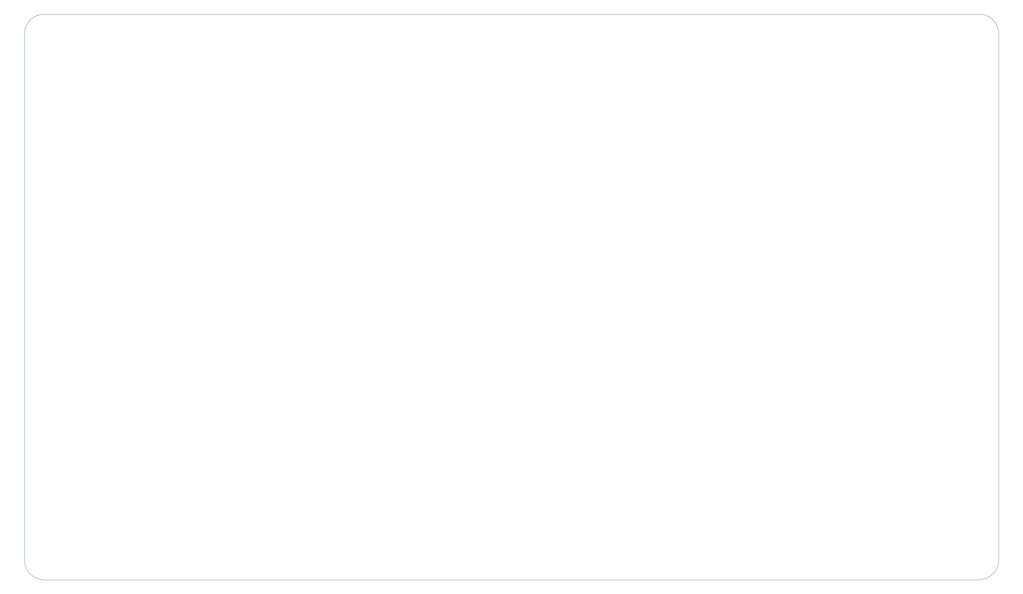
<source format=gbr>
%TF.GenerationSoftware,KiCad,Pcbnew,7.0.10*%
%TF.CreationDate,2024-12-15T12:01:29-06:00*%
%TF.ProjectId,karca_v2,6b617263-615f-4763-922e-6b696361645f,rev?*%
%TF.SameCoordinates,Original*%
%TF.FileFunction,Profile,NP*%
%FSLAX46Y46*%
G04 Gerber Fmt 4.6, Leading zero omitted, Abs format (unit mm)*
G04 Created by KiCad (PCBNEW 7.0.10) date 2024-12-15 12:01:29*
%MOMM*%
%LPD*%
G01*
G04 APERTURE LIST*
%TA.AperFunction,Profile*%
%ADD10C,0.100000*%
%TD*%
G04 APERTURE END LIST*
D10*
X30886400Y-181385200D02*
G75*
G03*
X35886400Y-186385200I5000000J0D01*
G01*
X30886400Y-181385200D02*
X30886400Y-46385200D01*
X275886400Y-186385200D02*
G75*
G03*
X280886400Y-181385200I0J5000000D01*
G01*
X280886400Y-46385200D02*
X280886400Y-181385200D01*
X35886400Y-41385200D02*
X275886400Y-41385200D01*
X280886400Y-46385200D02*
G75*
G03*
X275886400Y-41385200I-5000000J0D01*
G01*
X275886400Y-186385200D02*
X35886400Y-186385200D01*
X35886400Y-41385200D02*
G75*
G03*
X30886400Y-46385200I0J-5000000D01*
G01*
M02*

</source>
